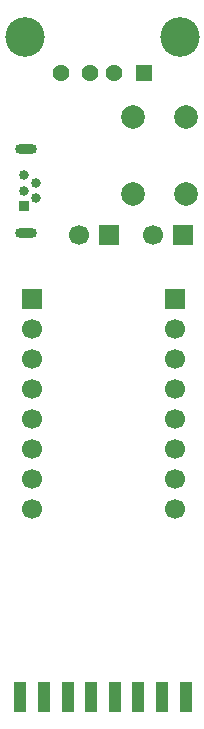
<source format=gbr>
%TF.GenerationSoftware,KiCad,Pcbnew,9.0.6-1.fc43*%
%TF.CreationDate,2025-12-11T00:59:32+10:30*%
%TF.ProjectId,DreameBreakout,44726561-6d65-4427-9265-616b6f75742e,1.1*%
%TF.SameCoordinates,Original*%
%TF.FileFunction,Soldermask,Top*%
%TF.FilePolarity,Negative*%
%FSLAX46Y46*%
G04 Gerber Fmt 4.6, Leading zero omitted, Abs format (unit mm)*
G04 Created by KiCad (PCBNEW 9.0.6-1.fc43) date 2025-12-11 00:59:32*
%MOMM*%
%LPD*%
G01*
G04 APERTURE LIST*
%ADD10R,1.700000X1.700000*%
%ADD11C,1.700000*%
%ADD12R,0.840000X0.840000*%
%ADD13C,0.840000*%
%ADD14O,1.850000X0.850000*%
%ADD15C,2.000000*%
%ADD16R,1.000000X2.500000*%
%ADD17C,3.346000*%
%ADD18C,1.428000*%
%ADD19R,1.428000X1.428000*%
G04 APERTURE END LIST*
D10*
%TO.C,JP2*%
X152400000Y-81875000D03*
D11*
X149860000Y-81875000D03*
%TD*%
D10*
%TO.C,J4*%
X151675000Y-87280000D03*
D11*
X151675000Y-89820000D03*
X151675000Y-92360000D03*
X151675000Y-94900000D03*
X151675000Y-97440000D03*
X151675000Y-99980000D03*
X151675000Y-102520000D03*
X151675000Y-105060000D03*
%TD*%
D12*
%TO.C,J2*%
X138905000Y-79425000D03*
D13*
X139905000Y-78775000D03*
X138905000Y-78125000D03*
X139905000Y-77475000D03*
X138905000Y-76825000D03*
D14*
X139125000Y-81700000D03*
X139125000Y-74550000D03*
%TD*%
D10*
%TO.C,J5*%
X139625000Y-87250000D03*
D11*
X139625000Y-89790000D03*
X139625000Y-92330000D03*
X139625000Y-94870000D03*
X139625000Y-97410000D03*
X139625000Y-99950000D03*
X139625000Y-102490000D03*
X139625000Y-105030000D03*
%TD*%
D10*
%TO.C,JP1*%
X146150000Y-81875000D03*
D11*
X143610000Y-81875000D03*
%TD*%
D15*
%TO.C,SW1*%
X148125000Y-78375000D03*
X148125000Y-71875000D03*
X152625000Y-78375000D03*
X152625000Y-71875000D03*
%TD*%
D16*
%TO.C,J1.1*%
X138625000Y-120975000D03*
X140625000Y-120975000D03*
X142625000Y-120975000D03*
X144625000Y-120975000D03*
X146625000Y-120975000D03*
X148625000Y-120975000D03*
X150625000Y-120975000D03*
X152625000Y-120975000D03*
%TD*%
D17*
%TO.C,J1*%
X152125000Y-65125000D03*
X138985000Y-65125000D03*
D18*
X142055000Y-68125000D03*
X144555000Y-68125000D03*
X146555000Y-68125000D03*
D19*
X149055000Y-68125000D03*
%TD*%
M02*

</source>
